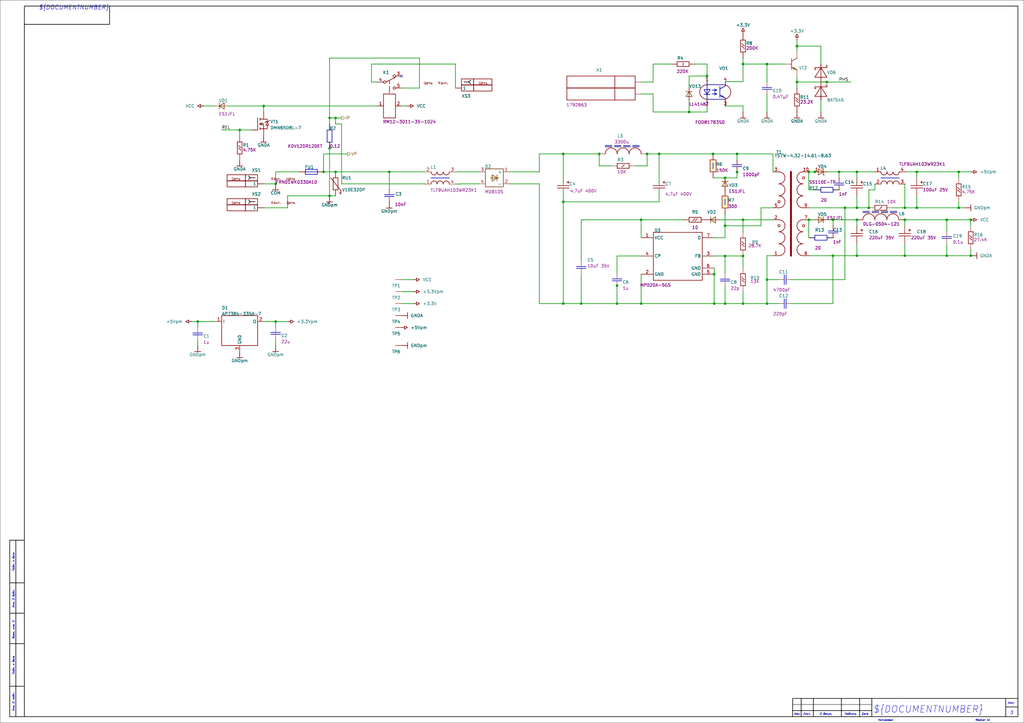
<source format=kicad_sch>
(kicad_sch (version 20230121) (generator eeschema)
  (paper "User" 427.228 301.752)
  (title_block (title "Плата источника питания") (rev "dfjhdjhdhjdfj df df dfj dfj"))
  (junction (at 405 91.752))
  (junction (at 382.5 86.752))
  (junction (at 320 126.752))
  (junction (at 320 26.752))
  (junction (at 345 34.252))
  (junction (at 287.5 46.752))
  (junction (at 302.5 94.252))
  (junction (at 82.5 134.252))
  (junction (at 332.5 34.252))
  (junction (at 235 84.252))
  (junction (at 310 26.752))
  (junction (at 267.5 126.752))
  (junction (at 339.92 71.752))
  (junction (at 337.5 71.752))
  (junction (at 140 71.752))
  (junction (at 297.5 64.252))
  (junction (at 242.5 126.752))
  (junction (at 310 91.752))
  (junction (at 382.5 71.752))
  (junction (at 137.5 49.252))
  (junction (at 400 71.752))
  (junction (at 377.5 106.752))
  (junction (at 250 64.252))
  (junction (at 302.5 74.252))
  (junction (at 110 44.252))
  (junction (at 135 71.752))
  (junction (at 297.98 126.752))
  (junction (at 320 116.752))
  (junction (at 347.58 91.752))
  (junction (at 307.5 71.832))
  (junction (at 337.5 91.752))
  (junction (at 235 64.252))
  (junction (at 395 106.752))
  (junction (at 307.5 64.252))
  (junction (at 357.5 86.752))
  (junction (at 377.5 91.752))
  (junction (at 350.08 71.752))
  (junction (at 297.98 114.492))
  (junction (at 347.5 106.752))
  (junction (at 257.42 119.252))
  (junction (at 267.5 91.752))
  (junction (at 100 54.252))
  (junction (at 357.5 106.752))
  (junction (at 257.42 126.752))
  (junction (at 235 126.752))
  (junction (at 162.42 71.752))
  (junction (at 400 86.752))
  (junction (at 270 64.252))
  (junction (at 115 134.252))
  (junction (at 140 49.252))
  (junction (at 275 64.252))
  (junction (at 332.5 19.252))
  (junction (at 352.5 86.752))
  (junction (at 310 126.752))
  (junction (at 357.5 71.752))
  (junction (at 395 91.752))
  (junction (at 137.5 81.752))
  (junction (at 377.5 86.752))
  (junction (at 302.5 106.872))
  (junction (at 310 106.872))
  (junction (at 115 76.752))
  (junction (at 405 106.752))
  (junction (at 302.5 126.752))
  (junction (at 295 31.752))
  (junction (at 357.5 91.752))
  (junction (at 137.5 61.912))
  (junction (at 362.5 86.752))
  (no_connect (at 167.5 31.752))
  (wire (pts (xy 157.5 34.252) (xy 155 34.252)) (stroke (width 0.254)))
  (wire (pts (xy 297.98 126.752) (xy 302.5 126.752)) (stroke (width 0.254)))
  (wire (pts (xy 257.42 114.172) (xy 257.42 106.872)) (stroke (width 0.254)))
  (wire (pts (xy 137.5 81.752) (xy 137.5 61.912)) (stroke (width 0.254)))
  (wire (pts (xy 297.98 114.492) (xy 297.98 126.752)) (stroke (width 0.254)))
  (wire (pts (xy 257.5 119.252) (xy 257.42 119.252)) (stroke (width 0.254)))
  (polyline (pts (xy 4.064 268.732) (xy 10.16 268.732)) (stroke (width 0.254) (type solid) (color 0 0 0 1)))
  (wire (pts (xy 110 76.752) (xy 115 76.752)) (stroke (width 0.254)))
  (polyline (pts (xy 4.064 286.512) (xy 10.16 286.512)) (stroke (width 0.254) (type solid) (color 0 0 0 1)))
  (polyline (pts (xy 419.608 299.212) (xy 419.608 291.592)) (stroke (width 0.254) (type solid) (color 0 0 0 1)))
  (wire (pts (xy 135 71.752) (xy 140 71.752)) (stroke (width 0.254)))
  (wire (pts (xy 120 86.752) (xy 120 81.752)) (stroke (width 0.254)))
  (wire (pts (xy 270 69.252) (xy 270 64.252)) (stroke (width 0.254)))
  (wire (pts (xy 255 69.252) (xy 250 69.252)) (stroke (width 0.254)))
  (wire (pts (xy 357.5 71.752) (xy 365 71.752)) (stroke (width 0.254)))
  (wire (pts (xy 120 81.752) (xy 137.5 81.752)) (stroke (width 0.254)))
  (wire (pts (xy 395 101.832) (xy 395 106.752)) (stroke (width 0.254)))
  (wire (pts (xy 317.5 94.252) (xy 302.5 94.252)) (stroke (width 0.254)))
  (wire (pts (xy 310 106.872) (xy 310 111.752)) (stroke (width 0.254)))
  (wire (pts (xy 137.5 49.252) (xy 137.5 51.752)) (stroke (width 0.254)))
  (wire (pts (xy 272.5 34.252) (xy 272.5 26.752)) (stroke (width 0.254)))
  (wire (pts (xy 95.08 44.252) (xy 110 44.252)) (stroke (width 0.254)))
  (wire (pts (xy 115 134.252) (xy 120 134.252)) (stroke (width 0.254)))
  (wire (pts (xy 330 116.752) (xy 352.5 116.752)) (stroke (width 0.254)))
  (wire (pts (xy 400 84.252) (xy 400 86.752)) (stroke (width 0.254)))
  (polyline (pts (xy 4.064 256.032) (xy 10.16 256.032)) (stroke (width 0.254) (type solid) (color 0 0 0 1)))
  (wire (pts (xy 157.5 44.252) (xy 110 44.252)) (stroke (width 0.254)))
  (wire (pts (xy 310 106.872) (xy 310 106.752)) (stroke (width 0.254)))
  (wire (pts (xy 332.5 19.252) (xy 332.5 16.752)) (stroke (width 0.254)))
  (wire (pts (xy 377.5 106.752) (xy 377.5 101.752)) (stroke (width 0.254)))
  (wire (pts (xy 192.5 76.832) (xy 192.5 76.752)) (stroke (width 0.254)))
  (wire (pts (xy 310 121.752) (xy 310 126.752)) (stroke (width 0.254)))
  (wire (pts (xy 377.7 76.832) (xy 377.5 76.832)) (stroke (width 0.254)))
  (wire (pts (xy 324.92 116.752) (xy 320 116.752)) (stroke (width 0.254)))
  (wire (pts (xy 405 104.252) (xy 405 106.752)) (stroke (width 0.254)))
  (wire (pts (xy 339.92 71.752) (xy 340 71.752)) (stroke (width 0.254)))
  (wire (pts (xy 345 34.252) (xy 332.5 34.252)) (stroke (width 0.254)))
  (wire (pts (xy 302.5 74.252) (xy 307.5 74.252)) (stroke (width 0.254)))
  (wire (pts (xy 167.5 121.752) (xy 172.5 121.752)) (stroke (width 0.254)))
  (polyline (pts (xy 424.688 295.148) (xy 419.608 295.148)) (stroke (width 0.254) (type solid) (color 0 0 0 1)))
  (wire (pts (xy 235 64.252) (xy 225 64.252)) (stroke (width 0.254)))
  (wire (pts (xy 140 49.252) (xy 140 51.752)) (stroke (width 0.254)))
  (wire (pts (xy 337.42 99.252) (xy 337.42 91.752)) (stroke (width 0.254)))
  (wire (pts (xy 110 134.252) (xy 115 134.252)) (stroke (width 0.254)))
  (wire (pts (xy 167.5 36.752) (xy 175 36.752)) (stroke (width 0.254)))
  (wire (pts (xy 242.5 91.752) (xy 242.5 109.252)) (stroke (width 0.254)))
  (wire (pts (xy 337.5 71.752) (xy 339.92 71.752)) (stroke (width 0.254)))
  (wire (pts (xy 322.5 106.752) (xy 320 106.752)) (stroke (width 0.254)))
  (polyline (pts (xy 330.708 296.672) (xy 363.728 296.672)) (stroke (width 0.254) (type solid) (color 0 0 0 1)))
  (wire (pts (xy 342.5 46.752) (xy 342.5 41.752)) (stroke (width 0.254)))
  (wire (pts (xy 275 84.252) (xy 275 79.252)) (stroke (width 0.254)))
  (wire (pts (xy 320 106.752) (xy 320 116.752)) (stroke (width 0.254)))
  (wire (pts (xy 175 24.252) (xy 137.5 24.252)) (stroke (width 0.254)))
  (wire (pts (xy 302.62 44.252) (xy 310 44.252)) (stroke (width 0.254)))
  (wire (pts (xy 382.5 71.752) (xy 400 71.752)) (stroke (width 0.254)))
  (wire (pts (xy 339.92 79.252) (xy 337.42 79.252)) (stroke (width 0.254)))
  (wire (pts (xy 155 34.252) (xy 155 26.752)) (stroke (width 0.254)))
  (wire (pts (xy 297.5 64.252) (xy 307.5 64.252)) (stroke (width 0.254)))
  (wire (pts (xy 212.5 76.752) (xy 225 76.752)) (stroke (width 0.254)))
  (wire (pts (xy 337.42 71.752) (xy 337.5 71.752)) (stroke (width 0.254)))
  (polyline (pts (xy 339.344 299.212) (xy 339.344 291.592)) (stroke (width 0.254) (type solid) (color 0 0 0 1)))
  (wire (pts (xy 115 134.252) (xy 115 136.752)) (stroke (width 0.254)))
  (wire (pts (xy 307.5 64.252) (xy 322.5 64.252)) (stroke (width 0.254)))
  (wire (pts (xy 295 26.752) (xy 290 26.752)) (stroke (width 0.254)))
  (wire (pts (xy 192.5 76.752) (xy 200 76.752)) (stroke (width 0.254)))
  (wire (pts (xy 302.5 89.332) (xy 302.5 94.252)) (stroke (width 0.254)))
  (wire (pts (xy 82.5 134.252) (xy 80 134.252)) (stroke (width 0.254)))
  (wire (pts (xy 330 126.752) (xy 347.5 126.752)) (stroke (width 0.254)))
  (wire (pts (xy 350.08 71.752) (xy 350.08 74.172)) (stroke (width 0.254)))
  (wire (pts (xy 350.08 71.752) (xy 357.5 71.752)) (stroke (width 0.254)))
  (wire (pts (xy 190 76.832) (xy 192.5 76.832)) (stroke (width 0.254)))
  (polyline (pts (xy 330.708 294.132) (xy 363.728 294.132)) (stroke (width 0) (type solid) (color 0 0 0 1)))
  (wire (pts (xy 320 34.252) (xy 320 26.752)) (stroke (width 0.254)))
  (wire (pts (xy 297.98 126.752) (xy 267.5 126.752)) (stroke (width 0.254)))
  (wire (pts (xy 272.5 26.752) (xy 280 26.752)) (stroke (width 0.254)))
  (wire (pts (xy 167.5 126.752) (xy 172.5 126.752)) (stroke (width 0.254)))
  (wire (pts (xy 372.5 86.752) (xy 377.5 86.752)) (stroke (width 0.254)))
  (wire (pts (xy 267.5 34.252) (xy 272.5 34.252)) (stroke (width 0.254)))
  (wire (pts (xy 377.5 91.752) (xy 395 91.752)) (stroke (width 0.254)))
  (wire (pts (xy 242.5 114.332) (xy 242.5 126.752)) (stroke (width 0.254)))
  (wire (pts (xy 377.5 76.832) (xy 377.5 86.752)) (stroke (width 0.254)))
  (wire (pts (xy 357.5 106.752) (xy 377.5 106.752)) (stroke (width 0.254)))
  (wire (pts (xy 275 64.252) (xy 297.5 64.252)) (stroke (width 0.254)))
  (wire (pts (xy 105 54.252) (xy 100 54.252)) (stroke (width 0.254)))
  (wire (pts (xy 302.5 114.252) (xy 302.5 106.872)) (stroke (width 0.254)))
  (wire (pts (xy 352.5 116.752) (xy 352.5 86.752)) (stroke (width 0.254)))
  (wire (pts (xy 332.5 34.252) (xy 332.5 31.752)) (stroke (width 0.254)))
  (wire (pts (xy 140 81.752) (xy 137.5 81.752)) (stroke (width 0.254)))
  (wire (pts (xy 297.98 111.952) (xy 297.98 114.492)) (stroke (width 0.254)))
  (wire (pts (xy 320 116.752) (xy 320 126.752)) (stroke (width 0.254)))
  (wire (pts (xy 405 94.252) (xy 405 91.752)) (stroke (width 0.254)))
  (wire (pts (xy 175 36.752) (xy 175 24.252)) (stroke (width 0.254)))
  (wire (pts (xy 110 86.752) (xy 120 86.752)) (stroke (width 0.254)))
  (wire (pts (xy 320 26.752) (xy 310 26.752)) (stroke (width 0.254)))
  (wire (pts (xy 285 91.752) (xy 267.5 91.752)) (stroke (width 0.254)))
  (polyline (pts (xy 358.648 299.212) (xy 358.648 291.592)) (stroke (width 0.254) (type solid) (color 0 0 0 1)))
  (wire (pts (xy 302.5 126.752) (xy 310 126.752)) (stroke (width 0.254)))
  (wire (pts (xy 297.98 106.872) (xy 302.5 106.872)) (stroke (width 0.254)))
  (wire (pts (xy 100 56.752) (xy 100 54.252)) (stroke (width 0.254)))
  (wire (pts (xy 137.5 61.912) (xy 137.5 61.752)) (stroke (width 0.254)))
  (wire (pts (xy 327.5 26.752) (xy 320 26.752)) (stroke (width 0.254)))
  (wire (pts (xy 405 106.752) (xy 395 106.752)) (stroke (width 0.254)))
  (wire (pts (xy 400 71.752) (xy 405 71.752)) (stroke (width 0.254)))
  (wire (pts (xy 352.5 86.752) (xy 337.5 86.752)) (stroke (width 0.254)))
  (wire (pts (xy 225 76.752) (xy 225 126.752)) (stroke (width 0.254)))
  (wire (pts (xy 342.5 26.752) (xy 342.5 19.252)) (stroke (width 0.254)))
  (wire (pts (xy 295 34.092) (xy 295 31.752)) (stroke (width 0.254)))
  (wire (pts (xy 85 44.252) (xy 90 44.252)) (stroke (width 0.254)))
  (wire (pts (xy 300 91.752) (xy 310 91.752)) (stroke (width 0.254)))
  (wire (pts (xy 235 126.752) (xy 235 84.252)) (stroke (width 0.254)))
  (wire (pts (xy 337.42 79.252) (xy 337.42 71.752)) (stroke (width 0.254)))
  (wire (pts (xy 302.5 94.252) (xy 302.5 99.252)) (stroke (width 0.254)))
  (wire (pts (xy 250 64.252) (xy 235 64.252)) (stroke (width 0.254)))
  (wire (pts (xy 322.5 86.752) (xy 317.5 86.752)) (stroke (width 0.254)))
  (wire (pts (xy 347.5 106.752) (xy 357.5 106.752)) (stroke (width 0.254)))
  (wire (pts (xy 142.5 51.752) (xy 142.5 76.752)) (stroke (width 0.254)))
  (wire (pts (xy 377.5 94.252) (xy 377.5 91.752)) (stroke (width 0.254)))
  (wire (pts (xy 190 71.752) (xy 200 71.752)) (stroke (width 0.254)))
  (wire (pts (xy 400 74.252) (xy 400 71.752)) (stroke (width 0.254)))
  (wire (pts (xy 347.5 126.752) (xy 347.5 106.752)) (stroke (width 0.254)))
  (polyline (pts (xy 334.264 291.592) (xy 334.264 299.212)) (stroke (width 0.254) (type solid) (color 0 0 0 1)))
  (wire (pts (xy 382.5 86.752) (xy 400 86.752)) (stroke (width 0.254)))
  (wire (pts (xy 310 91.752) (xy 322.5 91.752)) (stroke (width 0.254)))
  (wire (pts (xy 235 79.252) (xy 235 84.252)) (stroke (width 0.254)))
  (wire (pts (xy 357.5 106.752) (xy 357.5 101.752)) (stroke (width 0.254)))
  (wire (pts (xy 377.5 86.752) (xy 382.5 86.752)) (stroke (width 0.254)))
  (wire (pts (xy 167.5 44.252) (xy 170 44.252)) (stroke (width 0.254)))
  (polyline (pts (xy 363.728 299.212) (xy 363.728 291.592)) (stroke (width 0.254) (type solid) (color 0 0 0 1)))
  (wire (pts (xy 235 76.752) (xy 235 64.252)) (stroke (width 0.254)))
  (polyline (pts (xy 351.028 299.212) (xy 351.028 291.592)) (stroke (width 0.254) (type solid) (color 0 0 0 1)))
  (wire (pts (xy 137.5 49.252) (xy 140 49.252)) (stroke (width 0.254)))
  (wire (pts (xy 320 126.752) (xy 310 126.752)) (stroke (width 0.254)))
  (wire (pts (xy 357.5 71.752) (xy 357.5 74.252)) (stroke (width 0.254)))
  (wire (pts (xy 342.5 19.252) (xy 332.5 19.252)) (stroke (width 0.254)))
  (wire (pts (xy 310 26.752) (xy 310 24.252)) (stroke (width 0.254)))
  (wire (pts (xy 307.5 71.832) (xy 307.5 71.752)) (stroke (width 0.254)))
  (wire (pts (xy 302.62 34.092) (xy 310 34.092)) (stroke (width 0.254)))
  (wire (pts (xy 382.5 86.752) (xy 382.5 81.752)) (stroke (width 0.254)))
  (wire (pts (xy 355 34.252) (xy 345 34.252)) (stroke (width 0.254)))
  (wire (pts (xy 162.42 71.752) (xy 177.3 71.752)) (stroke (width 0.254)))
  (wire (pts (xy 345 91.752) (xy 347.58 91.752)) (stroke (width 0.254)))
  (wire (pts (xy 145 64.252) (xy 135 64.252)) (stroke (width 0.254)))
  (wire (pts (xy 320 46.752) (xy 320 39.332)) (stroke (width 0.254)))
  (wire (pts (xy 337.42 91.752) (xy 337.5 91.752)) (stroke (width 0.254)))
  (wire (pts (xy 82.5 144.252) (xy 82.5 141.832)) (stroke (width 0.254)))
  (wire (pts (xy 82.5 136.752) (xy 82.5 134.252)) (stroke (width 0.254)))
  (wire (pts (xy 190 26.752) (xy 190 36.752)) (stroke (width 0.254)))
  (wire (pts (xy 140 49.252) (xy 142.5 49.252)) (stroke (width 0.254)))
  (wire (pts (xy 332.5 36.752) (xy 332.5 34.252)) (stroke (width 0.254)))
  (wire (pts (xy 135 64.252) (xy 135 71.752)) (stroke (width 0.254)))
  (wire (pts (xy 225 126.752) (xy 235 126.752)) (stroke (width 0.254)))
  (wire (pts (xy 357.5 94.252) (xy 357.5 91.752)) (stroke (width 0.254)))
  (wire (pts (xy 345 71.752) (xy 350.08 71.752)) (stroke (width 0.254)))
  (polyline (pts (xy 6.604 225.552) (xy 6.604 299.212)) (stroke (width 0.254) (type solid) (color 0 0 0 1)))
  (wire (pts (xy 275 64.252) (xy 275 76.752)) (stroke (width 0.254)))
  (wire (pts (xy 310 44.252) (xy 310 46.752)) (stroke (width 0.254)))
  (wire (pts (xy 257.42 119.252) (xy 257.42 126.752)) (stroke (width 0.254)))
  (wire (pts (xy 357.5 86.752) (xy 357.5 81.752)) (stroke (width 0.254)))
  (polyline (pts (xy 4.064 243.332) (xy 10.16 243.332)) (stroke (width 0.254) (type solid) (color 0 0 0 1)))
  (wire (pts (xy 267.5 91.752) (xy 242.5 91.752)) (stroke (width 0.254)))
  (wire (pts (xy 400 86.752) (xy 402.5 86.752)) (stroke (width 0.254)))
  (wire (pts (xy 242.5 126.752) (xy 235 126.752)) (stroke (width 0.254)))
  (wire (pts (xy 287.5 36.752) (xy 287.5 31.752)) (stroke (width 0.254)))
  (wire (pts (xy 322.5 64.252) (xy 322.5 71.752)) (stroke (width 0.254)))
  (wire (pts (xy 362.5 86.752) (xy 357.5 86.752)) (stroke (width 0.254)))
  (wire (pts (xy 287.5 41.832) (xy 287.5 46.752)) (stroke (width 0.254)))
  (wire (pts (xy 337.5 91.752) (xy 339.92 91.752)) (stroke (width 0.254)))
  (wire (pts (xy 100 54.252) (xy 92.5 54.252)) (stroke (width 0.254)))
  (wire (pts (xy 347.58 91.752) (xy 357.5 91.752)) (stroke (width 0.254)))
  (wire (pts (xy 310 96.872) (xy 310 91.752)) (stroke (width 0.254)))
  (wire (pts (xy 115 76.752) (xy 115 71.752)) (stroke (width 0.254)))
  (wire (pts (xy 250 69.252) (xy 250 64.252)) (stroke (width 0.254)))
  (wire (pts (xy 295 31.752) (xy 295 26.752)) (stroke (width 0.254)))
  (wire (pts (xy 267.5 114.492) (xy 267.5 126.752)) (stroke (width 0.254)))
  (wire (pts (xy 115 71.752) (xy 124.84 71.752)) (stroke (width 0.254)))
  (wire (pts (xy 357.5 86.752) (xy 352.5 86.752)) (stroke (width 0.254)))
  (wire (pts (xy 115 144.252) (xy 115 141.832)) (stroke (width 0.254)))
  (wire (pts (xy 155 26.752) (xy 190 26.752)) (stroke (width 0.254)))
  (wire (pts (xy 310 34.092) (xy 310 26.752)) (stroke (width 0.254)))
  (wire (pts (xy 337.5 106.752) (xy 347.5 106.752)) (stroke (width 0.254)))
  (wire (pts (xy 167.5 116.752) (xy 172.5 116.752)) (stroke (width 0.254)))
  (wire (pts (xy 347.58 91.752) (xy 347.58 94.172)) (stroke (width 0.254)))
  (wire (pts (xy 257.42 126.752) (xy 242.5 126.752)) (stroke (width 0.254)))
  (wire (pts (xy 265 69.252) (xy 270 69.252)) (stroke (width 0.254)))
  (wire (pts (xy 267.5 126.752) (xy 257.42 126.752)) (stroke (width 0.254)))
  (wire (pts (xy 307.5 64.252) (xy 307.5 66.752)) (stroke (width 0.254)))
  (wire (pts (xy 225 64.252) (xy 225 71.752)) (stroke (width 0.254)))
  (wire (pts (xy 382.5 74.252) (xy 382.5 71.752)) (stroke (width 0.254)))
  (wire (pts (xy 332.5 21.752) (xy 332.5 19.252)) (stroke (width 0.254)))
  (wire (pts (xy 302.5 99.252) (xy 297.98 99.252)) (stroke (width 0.254)))
  (wire (pts (xy 297.5 74.252) (xy 302.5 74.252)) (stroke (width 0.254)))
  (wire (pts (xy 302.5 106.872) (xy 310 106.872)) (stroke (width 0.254)))
  (wire (pts (xy 110 44.252) (xy 110 46.752)) (stroke (width 0.254)))
  (wire (pts (xy 267.5 39.252) (xy 272.5 39.252)) (stroke (width 0.254)))
  (wire (pts (xy 377.7 71.752) (xy 382.5 71.752)) (stroke (width 0.254)))
  (wire (pts (xy 395 96.752) (xy 395 91.752)) (stroke (width 0.254)))
  (wire (pts (xy 287.5 46.752) (xy 295 46.752)) (stroke (width 0.254)))
  (wire (pts (xy 365 79.252) (xy 362.5 79.252)) (stroke (width 0.254)))
  (wire (pts (xy 317.5 86.752) (xy 317.5 94.252)) (stroke (width 0.254)))
  (wire (pts (xy 395 91.752) (xy 405 91.752)) (stroke (width 0.254)))
  (wire (pts (xy 272.5 39.252) (xy 272.5 46.752)) (stroke (width 0.254)))
  (wire (pts (xy 235 84.252) (xy 275 84.252)) (stroke (width 0.254)))
  (wire (pts (xy 162.42 79.252) (xy 162.42 71.752)) (stroke (width 0.254)))
  (wire (pts (xy 324.92 126.752) (xy 320 126.752)) (stroke (width 0.254)))
  (wire (pts (xy 307.5 74.252) (xy 307.5 71.832)) (stroke (width 0.254)))
  (wire (pts (xy 137.5 24.252) (xy 137.5 49.252)) (stroke (width 0.254)))
  (wire (pts (xy 362.5 79.252) (xy 362.5 86.752)) (stroke (width 0.254)))
  (wire (pts (xy 177.3 76.752) (xy 177.3 76.832)) (stroke (width 0.254)))
  (wire (pts (xy 257.42 106.872) (xy 267.5 106.872)) (stroke (width 0.254)))
  (wire (pts (xy 140 51.752) (xy 142.5 51.752)) (stroke (width 0.254)))
  (wire (pts (xy 287.5 31.752) (xy 295 31.752)) (stroke (width 0.254)))
  (wire (pts (xy 142.5 76.752) (xy 177.3 76.752)) (stroke (width 0.254)))
  (wire (pts (xy 295 46.752) (xy 295 44.252)) (stroke (width 0.254)))
  (wire (pts (xy 140 71.752) (xy 162.42 71.752)) (stroke (width 0.254)))
  (wire (pts (xy 302.5 119.332) (xy 302.5 126.752)) (stroke (width 0.254)))
  (wire (pts (xy 272.5 46.752) (xy 287.5 46.752)) (stroke (width 0.254)))
  (wire (pts (xy 365 76.832) (xy 365 79.252)) (stroke (width 0.254)))
  (wire (pts (xy 270 64.252) (xy 275 64.252)) (stroke (width 0.254)))
  (wire (pts (xy 267.5 99.252) (xy 267.5 91.752)) (stroke (width 0.254)))
  (wire (pts (xy 82.5 134.252) (xy 90 134.252)) (stroke (width 0.254)))
  (wire (pts (xy 225 71.752) (xy 212.5 71.752)) (stroke (width 0.254)))
  (wire (pts (xy 395 106.752) (xy 377.5 106.752)) (stroke (width 0.254)))
  (polyline (pts (xy 10.16 225.552) (xy 4.064 225.552) (xy 4.064 299.212) (xy 424.688 299.212) (xy 424.688 2.54) (xy 10.16 2.54) (xy 10.16 299.212)) (stroke (width 0.254) (type solid) (color 0 0 0 1)))
  (polyline (pts (xy 45.72 2.54) (xy 45.72 10.16) (xy 10.16 10.16)) (stroke (width 0.254) (type solid) (color 0 0 0 1)))
  (polyline (pts (xy 427.228 301.752) (xy 427.228 0) (xy 0 0) (xy 0 301.752) (xy 427.228 301.752)) (stroke (width 0) (type solid) (color 0 0 0 1)))
  (polyline (pts (xy 424.688 291.592) (xy 330.708 291.592) (xy 330.708 299.212)) (stroke (width 0.254) (type solid) (color 0 0 0 1)))
  (text "Формат А1" (at 406.908 301.244 0) (effects (font (size 0.762 0.762) italic) (justify left bottom)))
  (text "Лист" (at 420.37 294.132 0) (effects (font (size 0.762 0.762) italic) (justify left bottom)))
  (text "№ докум." (at 341.884 298.704 0) (effects (font (size 0.762 0.762) italic) (justify left bottom)))
  (text "Инв. № подп." (at 6.096 297.18 90) (effects (font (size 0.762 0.762) italic) (justify left bottom)))
  (text "Взам. инв. №" (at 6.096 266.954 90) (effects (font (size 0.762 0.762) italic) (justify left bottom)))
  (text "Копировал" (at 366.268 301.244 0) (effects (font (size 0.762 0.762) italic) (justify left bottom)))
  (text "${DOCUMENTNUMBER}" (at 364.236 297.942 0) (effects (font (size 2.794 2.794) italic) (justify left bottom)))
  (text "Подпись" (at 352.298 298.704 0) (effects (font (size 0.762 0.762) italic) (justify left bottom)))
  (text "Подп. и дата" (at 6.096 238.76 90) (effects (font (size 0.762 0.762) italic) (justify left bottom)))
  (text "Подп. и дата" (at 6.096 281.94 90) (effects (font (size 0.762 0.762) italic) (justify left bottom)))
  (text "${DOCUMENTNUMBER}" (at 45.466 4.318 0) (effects (font (size 1.778 1.778) italic) (justify right bottom)))
  (text "Дата" (at 359.41 298.704 0) (effects (font (size 0.762 0.762) italic) (justify left bottom)))
  (text "Лист." (at 335.026 298.704 0) (effects (font (size 0.762 0.762) italic) (justify left bottom)))
  (text "Изм." (at 331.216 298.704 0) (effects (font (size 0.762 0.762) italic) (justify left bottom)))
  (text "${#}" (at 421.386 298.45 0) (effects (font (size 1.27 1.27) italic) (justify left bottom)))
  (text "Инв. № дубл." (at 6.096 254 90) (effects (font (size 0.762 0.762) italic) (justify left bottom)))
  (label "PHS" (at 350 34.252 180))
  (label "REL" (at 92.5 54.252 180))
  (hierarchical_label "IP" (shape output) (at 142.5 49.252 0))
  (hierarchical_label "VP" (shape output) (at 145 64.252 0))
  (symbol (lib_id "Power_Supply L072-altium-import:root_2_1000pF 300VAC") (at 307.5 66.752 0) (unit 1)
    (property "Reference" "C9" (at 309.786 71.07 0) (effects (justify left bottom)))
    (property "Value" "1000pF 300VAC" (effects hide))
    (property "Footprint" "1206" (effects hide))
    (property "PART NUMBER" "5556" (effects hide))
    (property "VENDOR PN" "VY2102M29Y5US6TV7" (effects hide))
    (property "VENDOR" "Vishay" (effects hide))
    (property "ALTIUM_VALUE" "1000pF" (at 309.786 73.61 0) (effects (justify left bottom)))
  )
  (symbol (lib_id "Power_Supply L072-altium-import:root_1_1000pF 300VAC") (at 330 126.752 0) (unit 1)
    (property "Reference" "C12" (at 325 124.252 0) (effects (justify left bottom)))
    (property "Value" "1000pF 300VAC" (effects hide))
    (property "Footprint" "L7.5W5H6P7.5" (effects hide))
    (property "PART NUMBER" "6223" (effects hide))
    (property "VENDOR PN" "VY2102M29Y5US6TV7" (effects hide))
    (property "VENDOR" "Vishay" (effects hide))
    (property "ALTIUM_VALUE" "220pF" (at 322.5 131.752 0) (effects (justify left bottom)))
  )
  (symbol (lib_id "Power_Supply L072-altium-import:root_1_Fuse") (at 124.84 71.752 0) (unit 1)
    (property "Reference" "FU1" (at 127.126 70.482 0) (effects (justify left bottom)))
    (property "Value" "Предохранитель самовосстанвливающийся RXE-185" (effects hide))
    (property "Footprint" "FRN01W" (effects hide))
    (property "ALTIUM_VALUE" "FRN01WK0330A10" (at 115 76.752 0) (effects (justify left bottom)))
    (property "ID" "i60026C5082238000015" (effects hide))
    (property "ПРИМЕЧАНИЕ" "*" (effects hide))
    (property "MANUFACTURERPARTNUMBER" "RXE-185" (effects hide))
    (property "MANUFACTURER" "Raychem" (effects hide))
    (property "COMPONENTLINK1DESCRIPTION" "Параметры" (effects hide))
    (property "COMPONENTLINK1URL" "ftp://192.168.1.200/Datasheets/Raychem/Polycwitch/RXE-300.pdf" (effects hide))
    (property "COMPONENTLINK2DESCRIPTION" "Сайт производителя" (effects hide))
    (property "KEY IMBASE" "i60026C5082238000015" (effects hide))
    (property "PART NUMBER" "FRN01WK0330A10" (effects hide))
    (property "PN" "FRN01WK0330A10" (effects hide))
  )
  (symbol (lib_id "Power_Supply L072-altium-import:root_1_TestPointHole") (at 167.5 126.752 0) (unit 1)
    (property "Reference" "TP3" (at 163.436 130.054 0) (effects (justify left bottom)))
    (property "Value" "Тестовая точка" (effects hide))
    (property "Footprint" "TP0.5" (effects hide))
    (property "ID" "i60026C508261C000003" (effects hide))
    (property "ПРИМЕЧАНИЕ" "Отв. на плате" (effects hide))
    (property "KEY IMBASE" "i60026C508261C000003" (effects hide))
  )
  (symbol (lib_id "Power_Supply L072-altium-import:root_2_BAV3004W") (at 295 91.752 0) (unit 1)
    (property "Reference" "VD2" (at 295 89.252 0) (effects (justify left bottom)))
    (property "Value" "BAV3004W" (effects hide))
    (property "Footprint" "SOD123" (effects hide))
    (property "PART NUMBER" "5192" (effects hide))
    (property "VENDOR PN" "BAV3004W" (effects hide))
    (property "VENDOR" "Diodes Inc" (effects hide))
  )
  (symbol (lib_id "Power_Supply L072-altium-import:+3.3Vpm") (at 172.5 121.752 90) (unit 1)
    (property "Reference" "#PWR0119" (effects hide))
    (property "Value" "+3.3Vpm" (at 176.31 121.752 90) (effects (justify right)))
  )
  (symbol (lib_id "Power_Supply L072-altium-import:+3.3V") (at 172.5 126.752 90) (unit 1)
    (property "Reference" "#PWR0118" (effects hide))
    (property "Value" "+3.3V" (at 176.31 126.752 90) (effects (justify right)))
  )
  (symbol (lib_id "Power_Supply L072-altium-import:root_0_TX2G4R7M-RBG12") (at 235 76.752 0) (unit 1)
    (property "Reference" "C4" (at 237.5 76.752 0) (effects (justify left)))
    (property "Value" "4.7uF 400V" (effects hide))
    (property "Footprint" "D10P5L12" (effects hide))
    (property "PART NUMBER" "6024" (effects hide))
    (property "MANUFACTURER PN" "TX2G4R7M-RBG12" (effects hide))
    (property "MANUFACTURER" "FUJICON" (effects hide))
    (property "CODE" "110683" (effects hide))
    (property "ALTIUM_VALUE" "4.7uF 400V" (at 237.804 80.428 0) (effects (justify left bottom)))
  )
  (symbol (lib_id "Power_Supply L072-altium-import:+5Vpm") (at 80 134.252 270) (unit 1)
    (property "Reference" "#PWR0110" (effects hide))
    (property "Value" "+5Vpm" (at 76.19 134.252 90) (effects (justify right)))
  )
  (symbol (lib_id "Power_Supply L072-altium-import:root_0_TX2G4R7M-RBG12") (at 275 76.752 0) (unit 1)
    (property "Reference" "C7" (at 277.5 76.752 0) (effects (justify left)))
    (property "Value" "4.7uF 400V" (effects hide))
    (property "Footprint" "D10P5L12" (effects hide))
    (property "PART NUMBER" "6024" (effects hide))
    (property "MANUFACTURER PN" "TX2G4R7M-RBG12" (effects hide))
    (property "MANUFACTURER" "FUJICON" (effects hide))
    (property "CODE" "110683" (effects hide))
    (property "ALTIUM_VALUE" "4.7uF 400V" (at 277.5 81.752 0) (effects (justify left bottom)))
  )
  (symbol (lib_id "Power_Supply L072-altium-import:root_0_BAT54S") (at 342.5 41.752 0) (unit 1)
    (property "Reference" "VD6" (at 345 30.252 0) (effects (justify left)))
    (property "Value" "BAT54S" (at 345 41.752 0) (effects (justify left)))
    (property "Footprint" "SOT23_3" (effects hide))
    (property "PART NUMBER" "25" (effects hide))
    (property "VENDOR PN" "BAT54S" (effects hide))
    (property "VENDOR" "Fairchild" (effects hide))
  )
  (symbol (lib_id "Power_Supply L072-altium-import:root_0_RSS-2W224JB") (at 280 26.752 0) (unit 1)
    (property "Reference" "R4" (at 282.5 24.252 0) (effects (justify left)))
    (property "Value" "220K 2W" (effects hide))
    (property "Footprint" "RSS2WH" (effects hide))
    (property "PART NUMBER" "6033" (effects hide))
    (property "MANUFACTURER PN" "RSS-2W224JB" (effects hide))
    (property "MANUFACTURER" "CINETECH" (effects hide))
    (property "ALTIUM_VALUE" "220K" (at 282.246 30.546 0) (effects (justify left bottom)))
  )
  (symbol (lib_id "Power_Supply L072-altium-import:GNDpm") (at 162.42 84.332 0) (unit 1)
    (property "Reference" "#PWR0121" (effects hide))
    (property "Value" "GNDpm" (at 162.42 88.142 0))
  )
  (symbol (lib_id "Power_Supply L072-altium-import:root_2_KLEMM2") (at 267.5 39.252 0) (unit 1)
    (property "Reference" "X1" (at 250 29.252 0))
    (property "Value" "KLEMM2" (effects hide))
    (property "Footprint" "DG250-3.5-02P-11-00A" (effects hide))
    (property "ALTIUM_VALUE" "{Value}" (effects hide))
    (property "PN" "1792863" (at 236.246 44.546 0) (effects (justify left bottom)))
  )
  (symbol (lib_id "Power_Supply L072-altium-import:+5Vpm") (at 167.5 136.752 90) (unit 1)
    (property "Reference" "#PWR0124" (effects hide))
    (property "Value" "+5Vpm" (at 171.31 136.752 90) (effects (justify right)))
  )
  (symbol (lib_id "Power_Supply L072-altium-import:root_0_IRML2502") (at 102.5 54.252 0) (unit 1)
    (property "Reference" "VT1" (at 112.754 51.538 0) (effects (justify left bottom)))
    (property "Value" "DMN65D8L-7" (at 112.754 54.078 0) (effects (justify left bottom)))
    (property "Footprint" "SOT23_3" (effects hide))
    (property "ALTIUM_VALUE" "DMN65D8L-7" (effects hide))
    (property "VENDOR" "diodes" (effects hide))
    (property "PART NUMBER" "6203" (effects hide))
    (property "VENDOR PN" "DMN65D8L-7" (effects hide))
  )
  (symbol (lib_id "Power_Supply L072-altium-import:root_2_ES1JFL") (at 90 44.252 0) (unit 1)
    (property "Reference" "VD1" (at 91.27 42.728 0) (effects (justify left bottom)))
    (property "Value" "ES1JFL" (effects hide))
    (property "Footprint" "SOD123" (effects hide))
    (property "VENDOR" "Fairchild" (effects hide))
    (property "PART NUMBER" "5662" (effects hide))
    (property "VENDOR PN" "ES1JFL" (at 91.27 48.316 0) (effects (justify left bottom)))
  )
  (symbol (lib_id "Power_Supply L072-altium-import:GNDA") (at 310 46.752 0) (unit 1)
    (property "Reference" "#PWR0107" (effects hide))
    (property "Value" "GNDA" (at 310 50.562 0))
  )
  (symbol (lib_id "Power_Supply L072-altium-import:GNDpm") (at 115 144.252 0) (unit 1)
    (property "Reference" "#PWR0111" (effects hide))
    (property "Value" "GNDpm" (at 115 148.062 0))
  )
  (symbol (lib_id "Power_Supply L072-altium-import:root_0_CW57-332K") (at 357.5 91.752 0) (unit 1)
    (property "Reference" "L6" (at 377.5 89.252 0) (effects (justify right)))
    (property "Value" "CW57-332K" (effects hide))
    (property "Footprint" "L0504" (effects hide))
    (property "PN" "DLG-0504-121" (at 360 94.252 0) (effects (justify left bottom)))
    (property "ALTIUM_VALUE" "120u" (effects hide))
  )
  (symbol (lib_id "Power_Supply L072-altium-import:root_0_100uF 10V") (at 382.5 76.752 0) (unit 1)
    (property "Reference" "C17" (at 385 76.752 0) (effects (justify left)))
    (property "Value" "100uF 10V" (effects hide))
    (property "Footprint" "D6.3P2.5L11.5" (effects hide))
    (property "PART NUMBER" "6208" (effects hide))
    (property "VENDOR PN" "TL1E101M-RBE11WP00" (effects hide))
    (property "VENDOR" "FUJICON" (effects hide))
    (property "ALTIUM_VALUE" "100uF 25V" (at 385 79.252 0) (effects (justify left)))
  )
  (symbol (lib_id "Power_Supply L072-altium-import:root_0_MP020A-5GS") (at 267.5 99.252 0) (unit 1)
    (property "Reference" "D3" (at 272.98 96.992 0) (effects (justify left bottom)))
    (property "Value" "MP020A-5GS" (effects hide))
    (property "Footprint" "SO-7" (effects hide))
    (property "PART NUMBER" "6209" (effects hide))
    (property "VENDOR" "MP020A-5GS" (effects hide))
    (property "VENDOR PN" "MP020A-5GS" (at 266.992 119.752 0) (effects (justify left bottom)))
  )
  (symbol (lib_id "Power_Supply L072-altium-import:VCC") (at 85 44.252 270) (unit 1)
    (property "Reference" "#PWR0114" (effects hide))
    (property "Value" "VCC" (at 81.19 44.252 90) (effects (justify right)))
  )
  (symbol (lib_id "Power_Supply L072-altium-import:root_0_NRCV12F4751TR") (at 255 69.252 0) (unit 1)
    (property "Reference" "R3" (at 257.5 66.752 0) (effects (justify left)))
    (property "Value" "1206 4.75K" (effects hide))
    (property "Footprint" "1206" (effects hide))
    (property "PART NUMBER" "1543" (effects hide))
    (property "ALTIUM_VALUE" "10К" (at 257.5 71.752 0) (effects (justify left)))
  )
  (symbol (lib_id "Power_Supply L072-altium-import:root_0_CON1_holes") (at 110 76.752 0) (unit 1)
    (property "Reference" "XS1" (at 105 71.752 0) (effects (justify left bottom)))
    (property "Value" "Отв.на плате" (effects hide))
    (property "Footprint" "Pad 1mm2" (effects hide))
    (property "STOP_MIRROR" "True" (effects hide))
    (property "ID" "i60026C508261C000004" (effects hide))
    (property "ПРИМЕЧАНИЕ" "Отв. на плате" (effects hide))
    (property "KEY IMBASE" "i60026C508261C000004" (effects hide))
    (property "PN" "0050002" (effects hide))
  )
  (symbol (lib_id "Power_Supply L072-altium-import:root_1_SFR16S0001203JA500") (at 298.75 84.332 0) (unit 1)
    (property "Reference" "R7" (at 303.75 84.372 0) (effects (justify left bottom)))
    (property "Value" "120K 0.5W" (effects hide))
    (property "Footprint" "1206" (effects hide))
    (property "VENDOR" "Vishay" (effects hide))
    (property "VENDOR PN" "RC1206FR-07301RL" (effects hide))
    (property "PART NUMBER" "6210" (effects hide))
    (property "PDF" "sfr16s25.pdf" (effects hide))
    (property "ALTIUM_VALUE" "300" (at 303.75 86.912 0) (effects (justify left bottom)))
  )
  (symbol (lib_id "Power_Supply L072-altium-import:GNDA") (at 110 56.752 0) (unit 1)
    (property "Reference" "#PWR0126" (effects hide))
    (property "Value" "GNDA" (at 110 60.562 0))
  )
  (symbol (lib_id "Power_Supply L072-altium-import:root_1_CRCW060343K2FKTA") (at 310 111.752 0) (unit 1)
    (property "Reference" "R10" (at 315 116.752 0) (effects (justify bottom)))
    (property "Value" "0603 43.2K 1%" (effects hide))
    (property "Footprint" "0603" (effects hide))
    (property "PART NUMBER" "6194" (effects hide))
    (property "VENDOR PN" "CRCW060313K0FKTA" (effects hide))
    (property "VENDOR" "Vishay" (effects hide))
    (property "ALTIUM_VALUE" "13K" (at 315 116.752 0) (effects (justify top)))
  )
  (symbol (lib_id "Power_Supply L072-altium-import:root_0_NRCV12F4751TR") (at 362.5 86.752 0) (unit 1)
    (property "Reference" "R14" (at 365 84.252 0) (effects (justify left)))
    (property "Value" "1206 4.75K" (effects hide))
    (property "Footprint" "1206" (effects hide))
    (property "PART NUMBER" "1543" (effects hide))
    (property "ALTIUM_VALUE" "10К" (at 370 84.252 0) (effects (justify left)))
  )
  (symbol (lib_id "Power_Supply L072-altium-import:root_1_Res") (at 337.42 99.252 0) (unit 1)
    (property "Reference" "R13" (at 340 96.752 0) (effects (justify left bottom)))
    (property "Value" "SMD 1206-100 Ом±1%" (effects hide))
    (property "Footprint" "1206" (effects hide))
    (property "ALTIUM_VALUE" "20" (at 339.92 104.252 0) (effects (justify left bottom)))
    (property "ID" "i60026C508226A00003A" (effects hide))
    (property "ПРИМЕЧАНИЕ" "*" (effects hide))
    (property "REM" "SMD" (effects hide))
    (property "КОРПУС" "1206" (effects hide))
    (property "TOLERANCE" "±1%" (effects hide))
    (property "POWER/VOLTAGE" "0,25Вт" (effects hide))
    (property "COMPONENTLINK1DESCRIPTION" "Параметры резистора" (effects hide))
    (property "COMPONENTLINK1URL" "ftp://192.168.1.200/Datasheets/Royal Ohm/Resistors/chip_resistors.pdf" (effects hide))
    (property "KEY IMBASE" "i60026C508226A00003A" (effects hide))
    (property "PART NUMBER" "6224" (effects hide))
  )
  (symbol (lib_id "Power_Supply L072-altium-import:root_3_CRCW0603-4751-FRT1") (at 332.5 46.752 0) (unit 1)
    (property "Reference" "R11" (at 333.754 41.284 0) (effects (justify left bottom)))
    (property "Value" "0603 4.75K 1%" (effects hide))
    (property "Footprint" "0603" (effects hide))
    (property "PART NUMBER" "3581" (effects hide))
    (property "VENDOR" "Vishay" (effects hide))
    (property "ALTIUM_VALUE" "23.2K" (at 333.754 43.316 0) (effects (justify left bottom)))
  )
  (symbol (lib_id "Power_Supply L072-altium-import:root_1_SFR16S0001203JA500") (at 293.75 69.252 0) (unit 1)
    (property "Reference" "R6" (at 298.75 69.292 0) (effects (justify left bottom)))
    (property "Value" "120K 0.5W" (effects hide))
    (property "Footprint" "1206" (effects hide))
    (property "VENDOR" "Vishay" (effects hide))
    (property "VENDOR PN" "RC1206FR-07150KL" (effects hide))
    (property "PART NUMBER" "6212" (effects hide))
    (property "PDF" "sfr16s25.pdf" (effects hide))
    (property "ALTIUM_VALUE" "150K" (at 298.75 71.832 0) (effects (justify left bottom)))
  )
  (symbol (lib_id "Power_Supply L072-altium-import:root_0_mirrored_HCPL-817") (at 295 44.252 0) (unit 1)
    (property "Reference" "VO1" (at 300 29.252 0) (effects (justify left bottom)))
    (property "Value" "FOD817B3SD" (effects hide))
    (property "Footprint" "FOD817B3SD" (effects hide))
    (property "MANUFACTURERPARTNUMBER" "K10101D11" (effects hide))
    (property "ID" "i60026C508222F00000C" (effects hide))
    (property "ПРИМЕЧАНИЕ" "*" (effects hide))
    (property "КОРПУС" "DIP-4" (effects hide))
    (property "MANUFACTURER" "Cosmo" (effects hide))
    (property "COMPONENTLINK1DESCRIPTION" "Параметры" (effects hide))
    (property "COMPONENTLINK1URL" "ftp://192.168.1.200/Datasheets/Cosmo/K1010.pdf" (effects hide))
    (property "COMPONENTLINK2DESCRIPTION" "Сайт производителя" (effects hide))
    (property "COMPONENTLINK2URL" "http://www.cosmo-ic.com/" (effects hide))
    (property "KEY IMBASE" "i60026C508222F00000C" (effects hide))
    (property "PN" "FOD817B3SD" (at 290 51.752 0) (effects (justify left bottom)))
  )
  (symbol (lib_id "Power_Supply L072-altium-import:root_1_CRCW0603-4751-FRT1") (at 100 56.752 0) (unit 1)
    (property "Reference" "R1" (at 101.254 61.284 0) (effects (justify left bottom)))
    (property "Value" "0603 4.75K 1%" (effects hide))
    (property "Footprint" "0603" (effects hide))
    (property "PART NUMBER" "5775" (effects hide))
    (property "VENDOR PN" "CRCW0603-4751-FRT1" (effects hide))
    (property "VENDOR" "Vishay" (effects hide))
    (property "ALTIUM_VALUE" "4.75K" (at 101.254 63.316 0) (effects (justify left bottom)))
  )
  (symbol (lib_id "Power_Supply L072-altium-import:root_1_1000pF 300VAC") (at 330 116.752 0) (unit 1)
    (property "Reference" "C11" (at 325 114.252 0) (effects (justify left bottom)))
    (property "Value" "1000pF 300VAC" (effects hide))
    (property "Footprint" "L12.5W5" (effects hide))
    (property "PART NUMBER" "5669" (effects hide))
    (property "VENDOR" "Vishay" (effects hide))
    (property "ALTIUM_VALUE" "4700pF" (at 322.5 121.752 0) (effects (justify left bottom)))
  )
  (symbol (lib_id "Power_Supply L072-altium-import:root_0_470uF 10V") (at 377.5 96.752 0) (unit 1)
    (property "Reference" "C18" (at 382.5 96.752 0) (effects (justify left)))
    (property "Value" "470uF 10V" (effects hide))
    (property "Footprint" "D8P3.5L12" (effects hide))
    (property "PN" "RK1V221M-RBF11WP00" (effects hide))
    (property "MANUFACTURER" "FUJICON" (effects hide))
    (property "ALTIUM_VALUE" "220uF 35V" (at 380 99.252 0) (effects (justify left)))
  )
  (symbol (lib_id "Power_Supply L072-altium-import:root_2_Cap_NP") (at 347.58 99.252 0) (unit 1)
    (property "Reference" "C13" (at 347.5 96.752 0) (effects (justify left bottom)))
    (property "Value" "SMD 0805-1000пФ±5% 50В X7R" (effects hide))
    (property "Footprint" "0805" (effects hide))
    (property "ALTIUM_VALUE" "1nF" (at 347.42 101.752 0) (effects (justify left bottom)))
    (property "ID" "i60026C508220F00009C" (effects hide))
    (property "ПРИМЕЧАНИЕ" "*" (effects hide))
    (property "REM" "SMD" (effects hide))
    (property "КОРПУС" "0805" (effects hide))
    (property "TOLERANCE" "±5%" (effects hide))
    (property "POWER/VOLTAGE" "50В" (effects hide))
    (property "TKE" "X7R" (effects hide))
    (property "COMPONENTLINK1DESCRIPTION" "Параметры конденсатора" (effects hide))
    (property "COMPONENTLINK1URL" "ftp://192.168.1.200/Datasheets/Epcos/Capacitors/X7R_CC capacitors.pdf" (effects hide))
    (property "KEY IMBASE" "i60026C508220F00009C" (effects hide))
    (property "PART NUMBER" "6225" (effects hide))
  )
  (symbol (lib_id "Power_Supply L072-altium-import:GNDpm") (at 137.5 81.752 0) (unit 1)
    (property "Reference" "#PWR0122" (effects hide))
    (property "Value" "GNDpm" (at 137.5 85.562 0))
  )
  (symbol (lib_id "Power_Supply L072-altium-import:root_0_Diode") (at 287.5 36.752 0) (unit 1)
    (property "Reference" "VD13" (at 287.5 36.752 0) (effects (justify left bottom)))
    (property "Value" "Диод LL4148" (effects hide))
    (property "Footprint" "SOD80" (effects hide))
    (property "MANUFACTURERPARTNUMBER" "LL4148" (at 287.5 44.252 0) (effects (justify left bottom)))
    (property "ID" "i60026C5082230000003" (effects hide))
    (property "ПРИМЕЧАНИЕ" "*" (effects hide))
    (property "КОРПУС" "SOD80C" (effects hide))
    (property "COMPONENTLINK1DESCRIPTION" "Параметры диода" (effects hide))
    (property "COMPONENTLINK1URL" "ftp://192.168.1.200/Datasheets/Fairchild Semiconductor/Discrets/Diodes/LL4148.pdf" (effects hide))
    (property "COMPONENTLINK2DESCRIPTION" "Сайт производителя" (effects hide))
    (property "COMPONENTLINK2URL" "http://www.fairchildsemi.com/" (effects hide))
    (property "KEY IMBASE" "i60026C5082230000003" (effects hide))
    (property "PART NUMBER" "3307" (effects hide))
  )
  (symbol (lib_id "Power_Supply L072-altium-import:GNDA") (at 405 106.752 90) (unit 1)
    (property "Reference" "#PWR0106" (effects hide))
    (property "Value" "GNDA" (at 408.81 106.752 90) (effects (justify right)))
  )
  (symbol (lib_id "Power_Supply L072-altium-import:root_1_Res") (at 339.92 79.252 0) (unit 1)
    (property "Reference" "R12" (at 337.42 79.252 0) (effects (justify left bottom)))
    (property "Value" "SMD 1206-100 Ом±1%" (effects hide))
    (property "Footprint" "1206" (effects hide))
    (property "ALTIUM_VALUE" "20" (at 342.42 84.252 0) (effects (justify left bottom)))
    (property "ID" "i60026C508226A00003A" (effects hide))
    (property "ПРИМЕЧАНИЕ" "*" (effects hide))
    (property "REM" "SMD" (effects hide))
    (property "КОРПУС" "1206" (effects hide))
    (property "TOLERANCE" "±1%" (effects hide))
    (property "POWER/VOLTAGE" "0,25Вт" (effects hide))
    (property "COMPONENTLINK1DESCRIPTION" "Параметры резистора" (effects hide))
    (property "COMPONENTLINK1URL" "ftp://192.168.1.200/Datasheets/Royal Ohm/Resistors/chip_resistors.pdf" (effects hide))
    (property "KEY IMBASE" "i60026C508226A00003A" (effects hide))
    (property "PART NUMBER" "6224" (effects hide))
  )
  (symbol (lib_id "Power_Supply L072-altium-import:root_1_CRCW0603-4751-FRT1") (at 405 94.252 0) (unit 1)
    (property "Reference" "R16" (at 406.254 98.784 0) (effects (justify left bottom)))
    (property "Value" "0603 4.75K 1%" (effects hide))
    (property "Footprint" "0603" (effects hide))
    (property "PART NUMBER" "5854" (effects hide))
    (property "VENDOR" "Vishay" (effects hide))
    (property "ALTIUM_VALUE" "27.4K" (at 406.254 100.816 0) (effects (justify left bottom)))
  )
  (symbol (lib_id "Power_Supply L072-altium-import:GNDpm") (at 167.5 144.252 90) (unit 1)
    (property "Reference" "#PWR0109" (effects hide))
    (property "Value" "GNDpm" (at 171.31 144.252 90) (effects (justify right)))
  )
  (symbol (lib_id "Power_Supply L072-altium-import:GNDpm") (at 402.5 86.752 90) (unit 1)
    (property "Reference" "#PWR0102" (effects hide))
    (property "Value" "GNDpm" (at 406.31 86.752 90) (effects (justify right)))
  )
  (symbol (lib_id "Power_Supply L072-altium-import:root_3_NRC06F2003TR") (at 310 24.252 0) (unit 1)
    (property "Reference" "R8" (at 311.254 18.784 0) (effects (justify left bottom)))
    (property "Value" "0603 200K 1%" (effects hide))
    (property "Footprint" "0603" (effects hide))
    (property "PART NUMBER" "5852" (effects hide))
    (property "PN" "NRC06F2003TR" (effects hide))
    (property "MANUFACTURER" "NIC" (effects hide))
    (property "ALTIUM_VALUE" "200K" (at 311.254 20.816 0) (effects (justify left bottom)))
  )
  (symbol (lib_id "Power_Supply L072-altium-import:root_1_10nF 0603") (at 257.42 119.252 0) (unit 1)
    (property "Reference" "C6" (at 259.706 118.49 0) (effects (justify left bottom)))
    (property "Value" "10nF 0603" (effects hide))
    (property "Footprint" "0603" (effects hide))
    (property "VOLTAGE" "50В" (effects hide))
    (property "PART NUMBER" "6195" (effects hide))
    (property "VENDOR" "NIC" (effects hide))
    (property "ALTIUM_VALUE" "1u" (at 259.706 121.03 0) (effects (justify left bottom)))
  )
  (symbol (lib_id "Power_Supply L072-altium-import:COM") (at 115 76.752 0) (unit 1)
    (property "Reference" "#PWR0123" (effects hide))
    (property "Value" "COM" (at 115 80.562 0))
  )
  (symbol (lib_id "Power_Supply L072-altium-import:root_1_VAR10-130 LYING") (at 140 81.752 0) (unit 1)
    (property "Reference" "RU1" (at 142.66 74.252 0) (effects (justify left)))
    (property "Value" "V10E320P" (at 142.66 79.252 0) (effects (justify left)))
    (property "Footprint" "V10E320P" (effects hide))
    (property "ALTIUM_VALUE" "*" (effects hide))
    (property "PART NUMBER" "6099" (effects hide))
    (property "KT" "160173" (effects hide))
    (property "PN" "V10E320P" (effects hide))
    (property "SMD" "0" (effects hide))
    (property "DES" "Варистор UltraMOV 320В AC 420В DC 3500А -55+85C 10Dх5.6Lхd16Hмм" (effects hide))
  )
  (symbol (lib_id "Power_Supply L072-altium-import:root_0_RM699B") (at 157.5 26.752 0) (unit 1)
    (property "Reference" "K1" (at 159.746 30.99 0) (effects (justify left bottom)))
    (property "Value" "RM12-3011-35-1024" (effects hide))
    (property "Footprint" "RM12" (effects hide))
    (property "VENDOR" "Relpol" (effects hide))
    (property "VENDOR PN" "RM12-3011-35-1024" (at 159.746 51.538 0) (effects (justify left bottom)))
  )
  (symbol (lib_id "Power_Supply L072-altium-import:root_1_TestPointHole") (at 167.5 121.752 0) (unit 1)
    (property "Reference" "TP2" (at 163.436 125.054 0) (effects (justify left bottom)))
    (property "Value" "Тестовая точка" (effects hide))
    (property "Footprint" "TP0.5" (effects hide))
    (property "ID" "i60026C508261C000003" (effects hide))
    (property "ПРИМЕЧАНИЕ" "Отв. на плате" (effects hide))
    (property "KEY IMBASE" "i60026C508261C000003" (effects hide))
  )
  (symbol (lib_id "Power_Supply L072-altium-import:VCC") (at 405 91.752 90) (unit 1)
    (property "Reference" "#PWR0101" (effects hide))
    (property "Value" "VCC" (at 408.81 91.752 90) (effects (justify right)))
  )
  (symbol (lib_id "Power_Supply L072-altium-import:GNDA") (at 332.5 46.752 0) (unit 1)
    (property "Reference" "#PWR0104" (effects hide))
    (property "Value" "GNDA" (at 332.5 50.562 0))
  )
  (symbol (lib_id "Power_Supply L072-altium-import:root_0_ES1JFL") (at 345 91.752 0) (unit 1)
    (property "Reference" "VD5" (at 341.19 90.228 0) (effects (justify left bottom)))
    (property "Value" "ES1JFL" (effects hide))
    (property "Footprint" "SOD123" (effects hide))
    (property "VENDOR" "Fairchild" (effects hide))
    (property "PART NUMBER" "5662" (effects hide))
    (property "VENDOR PN" "ES1JFL" (at 345 91.752 0) (effects (justify left bottom)))
  )
  (symbol (lib_id "Power_Supply L072-altium-import:root_1_TestPointHole") (at 167.5 144.252 0) (unit 1)
    (property "Reference" "TP6" (at 163.436 147.554 0) (effects (justify left bottom)))
    (property "Value" "Тестовая точка" (effects hide))
    (property "Footprint" "TP0.5" (effects hide))
    (property "ID" "i60026C508261C000003" (effects hide))
    (property "ПРИМЕЧАНИЕ" "Отв. на плате" (effects hide))
    (property "KEY IMBASE" "i60026C508261C000003" (effects hide))
  )
  (symbol (lib_id "Power_Supply L072-altium-import:root_1_0.47µF 0603") (at 320 39.332 0) (unit 1)
    (property "Reference" "C10" (at 322.286 38.57 0) (effects (justify left bottom)))
    (property "Value" "470nF 0603" (effects hide))
    (property "Footprint" "0603" (effects hide))
    (property "VOLTAGE" "25В" (effects hide))
    (property "PART NUMBER" "5093" (effects hide))
    (property "MANUFACTURER" "NIC" (effects hide))
    (property "MANUFACTURER PN" "NMC0603X7R474K25TRP" (effects hide))
    (property "CODE" "110105" (effects hide))
    (property "ALTIUM_VALUE" "0.47µF" (at 322.286 41.11 0) (effects (justify left bottom)))
  )
  (symbol (lib_id "Power_Supply L072-altium-import:root_1_TestPointHole") (at 167.5 116.752 0) (unit 1)
    (property "Reference" "TP1" (at 163.436 120.054 0) (effects (justify left bottom)))
    (property "Value" "Тестовая точка" (effects hide))
    (property "Footprint" "TP0.5" (effects hide))
    (property "ID" "i60026C508261C000003" (effects hide))
    (property "ПРИМЕЧАНИЕ" "Отв. на плате" (effects hide))
    (property "KEY IMBASE" "i60026C508261C000003" (effects hide))
  )
  (symbol (lib_id "Power_Supply L072-altium-import:+5Vpm") (at 405 71.752 90) (unit 1)
    (property "Reference" "#PWR0103" (effects hide))
    (property "Value" "+5Vpm" (at 408.81 71.752 90) (effects (justify right)))
  )
  (symbol (lib_id "Power_Supply L072-altium-import:GNDA") (at 167.5 131.752 90) (unit 1)
    (property "Reference" "#PWR0125" (effects hide))
    (property "Value" "GNDA" (at 171.31 131.752 90) (effects (justify right)))
  )
  (symbol (lib_id "Power_Supply L072-altium-import:root_0_GRM21BC7YA475KE11L") (at 242.5 109.252 0) (unit 1)
    (property "Reference" "C5" (at 245 109.252 0) (effects (justify left bottom)))
    (property "Value" "10uF 35V" (effects hide))
    (property "Footprint" "0805" (effects hide))
    (property "TOLERANCE" "±5%" (effects hide))
    (property "POWER/VOLTAGE" "50В" (effects hide))
    (property "TKE" "NP0" (effects hide))
    (property "PART NUMBER" "5244" (effects hide))
    (property "VENDOR PN" "GRM21BC8YA106KE11" (effects hide))
    (property "VENDOR" "Murata" (effects hide))
    (property "ALTIUM_VALUE" "10uF 35V" (at 245 111.752 0) (effects (justify left bottom)))
    (property "KT" "110432" (effects hide))
  )
  (symbol (lib_id "Power_Supply L072-altium-import:GNDpm") (at 82.5 144.252 0) (unit 1)
    (property "Reference" "#PWR0112" (effects hide))
    (property "Value" "GNDpm" (at 82.5 148.062 0))
  )
  (symbol (lib_id "Power_Supply L072-altium-import:root_0_100uF 10V") (at 357.5 76.752 0) (unit 1)
    (property "Reference" "C15" (at 360 76.752 0) (effects (justify left)))
    (property "Value" "100uF 10V" (effects hide))
    (property "Footprint" "D6.3P2.5L11.5" (effects hide))
    (property "PART NUMBER" "6208" (effects hide))
    (property "VENDOR PN" "TL1E101M-RBE11WP00" (effects hide))
    (property "VENDOR" "FUJICON" (effects hide))
    (property "ALTIUM_VALUE" "100uF 25V" (effects hide))
  )
  (symbol (lib_id "Power_Supply L072-altium-import:root_2_Cap_NP") (at 350.08 79.252 0) (unit 1)
    (property "Reference" "C14" (at 352.42 76.752 0) (effects (justify left bottom)))
    (property "Value" "SMD 0805-1000пФ±5% 50В X7R" (effects hide))
    (property "Footprint" "0805" (effects hide))
    (property "ALTIUM_VALUE" "1nF" (at 349.92 81.752 0) (effects (justify left bottom)))
    (property "ID" "i60026C508220F00009C" (effects hide))
    (property "ПРИМЕЧАНИЕ" "*" (effects hide))
    (property "REM" "SMD" (effects hide))
    (property "КОРПУС" "0805" (effects hide))
    (property "TOLERANCE" "±5%" (effects hide))
    (property "POWER/VOLTAGE" "50В" (effects hide))
    (property "TKE" "X7R" (effects hide))
    (property "COMPONENTLINK1DESCRIPTION" "Параметры конденсатора" (effects hide))
    (property "COMPONENTLINK1URL" "ftp://192.168.1.200/Datasheets/Epcos/Capacitors/X7R_CC capacitors.pdf" (effects hide))
    (property "KEY IMBASE" "i60026C508220F00009C" (effects hide))
    (property "PART NUMBER" "6225" (effects hide))
  )
  (symbol (lib_id "Power_Supply L072-altium-import:VCC") (at 172.5 116.752 90) (unit 1)
    (property "Reference" "#PWR0120" (effects hide))
    (property "Value" "VCC" (at 176.31 116.752 90) (effects (justify right)))
  )
  (symbol (lib_id "Power_Supply L072-altium-import:root_0_CON1_holes") (at 110 86.752 0) (unit 1)
    (property "Reference" "XS2" (at 105 81.752 0) (effects (justify left bottom)))
    (property "Value" "Отв.на плате" (effects hide))
    (property "Footprint" "Pad 1mm2" (effects hide))
    (property "STOP_MIRROR" "True" (effects hide))
    (property "ID" "i60026C508261C000004" (effects hide))
    (property "ПРИМЕЧАНИЕ" "Отв. на плате" (effects hide))
    (property "KEY IMBASE" "i60026C508261C000004" (effects hide))
    (property "PN" "0050003" (effects hide))
  )
  (symbol (lib_id "Power_Supply L072-altium-import:VCC") (at 170 44.252 90) (unit 1)
    (property "Reference" "#PWR0127" (effects hide))
    (property "Value" "VCC" (at 173.81 44.252 90) (effects (justify right)))
  )
  (symbol (lib_id "Power_Supply L072-altium-import:root_0_GRM188R60J226MEA0D") (at 115 136.752 0) (unit 1)
    (property "Reference" "C2" (at 117.286 140.816 0) (effects (justify left bottom)))
    (property "Value" "22u 0603" (effects hide))
    (property "Footprint" "0603" (effects hide))
    (property "TOLERANCE" "±10%" (effects hide))
    (property "POWER/VOLTAGE" "25В" (effects hide))
    (property "TKE" "X7R" (effects hide))
    (property "PART NUMBER" "5716" (effects hide))
    (property "VENDOR PN" "GRM188R60J226MEA0D" (effects hide))
    (property "VENDOR" "Murata" (effects hide))
    (property "ALTIUM_VALUE" "22u" (at 117.286 143.356 0) (effects (justify left bottom)))
  )
  (symbol (lib_id "Power_Supply L072-altium-import:root_1_10nF 0603") (at 302.5 119.332 0) (unit 1)
    (property "Reference" "C8" (at 304.786 118.57 0) (effects (justify left bottom)))
    (property "Value" "10nF 0603" (effects hide))
    (property "Footprint" "0603" (effects hide))
    (property "VOLTAGE" "50В" (effects hide))
    (property "PART NUMBER" "6078" (effects hide))
    (property "VENDOR" "NIC" (effects hide))
    (property "ALTIUM_VALUE" "22p" (at 304.786 121.11 0) (effects (justify left bottom)))
  )
  (symbol (lib_id "Power_Supply L072-altium-import:root_3_Diode_Shottky") (at 345 71.752 0) (unit 1)
    (property "Reference" "VD4" (at 341.19 70.228 0) (effects (justify left bottom)))
    (property "Value" "Диод SS110" (effects hide))
    (property "Footprint" "SMAE" (effects hide))
    (property "MANUFACTURERPARTNUMBER" "SS110E-TP" (at 337.5 76.752 0) (effects (justify left bottom)))
    (property "ID" "i60026C50823AF000002" (effects hide))
    (property "ПРИМЕЧАНИЕ" "*" (effects hide))
    (property "REM" "SMD" (effects hide))
    (property "КОРПУС" "SMC" (effects hide))
    (property "MANUFACTURER" "Fairchild Semiconductor" (effects hide))
    (property "COMPONENTLINK1DESCRIPTION" "Параметры" (effects hide))
    (property "COMPONENTLINK1URL" "ftp://192.168.1.200/Datasheets/Fairchild Semiconductor/Discrets/Diodes/SS34.pdf" (effects hide))
    (property "COMPONENTLINK2DESCRIPTION" "Сайт производителя" (effects hide))
    (property "COMPONENTLINK2URL" "http://www.fairchildsemi.com" (effects hide))
    (property "KEY IMBASE" "i60026C50823AF000002" (effects hide))
    (property "PART NUMBER" "6215" (effects hide))
  )
  (symbol (lib_id "Power_Supply L072-altium-import:root_0_NRC06F10R0TR") (at 295 91.752 0) (unit 1)
    (property "Reference" "R5" (at 290 89.252 0) (effects (justify bottom)))
    (property "Value" "0603 10 1%" (effects hide))
    (property "Footprint" "0603" (effects hide))
    (property "PART NUMBER" "5239" (effects hide))
    (property "VENDOR PN" "NRC06F10R0TR" (effects hide))
    (property "VENDOR" "NIC" (effects hide))
    (property "ALTIUM_VALUE" "10" (at 290 94.252 0) (effects (justify top)))
  )
  (symbol (lib_id "Power_Supply L072-altium-import:GNDpm") (at 100 146.752 0) (unit 1)
    (property "Reference" "#PWR0113" (effects hide))
    (property "Value" "GNDpm" (at 100 150.562 0))
  )
  (symbol (lib_id "Power_Supply L072-altium-import:root_1_CRCW060343K2FKTA") (at 310 96.872 0) (unit 1)
    (property "Reference" "R9" (at 315 101.872 0) (effects (justify bottom)))
    (property "Value" "0603 43.2K 1%" (effects hide))
    (property "Footprint" "0603" (effects hide))
    (property "PART NUMBER" "6227" (effects hide))
    (property "VENDOR" "Vishay" (effects hide))
    (property "ALTIUM_VALUE" "28.7K" (at 315 101.872 0) (effects (justify top)))
  )
  (symbol (lib_id "Power_Supply L072-altium-import:root_0_AP2125N-3.3TRG1") (at 90 134.252 0) (unit 1)
    (property "Reference" "D1" (at 92.5 129.252 0) (effects (justify left bottom)))
    (property "Value" "AP7384-33SA-7" (at 92.5 131.752 0) (effects (justify left bottom)))
    (property "Footprint" "SOT23_3" (effects hide))
    (property "PART NUMBER" "6198" (effects hide))
    (property "VENDOR PN" "AP7384-33SA-7" (effects hide))
    (property "VENDOR" "Diodes" (effects hide))
  )
  (symbol (lib_id "Power_Supply L072-altium-import:+3.3V") (at 332.5 16.752 180) (unit 1)
    (property "Reference" "#PWR0115" (effects hide))
    (property "Value" "+3.3V" (at 332.5 12.942 0))
  )
  (symbol (lib_id "Power_Supply L072-altium-import:root_0_Ind_1,4/2,3") (at 365 71.752 0) (unit 1)
    (property "Reference" "L4" (at 367.286 70.99 0) (effects (justify left bottom)))
    (property "Value" "Дроссель B82732-W2601-B030" (effects hide))
    (property "Footprint" "TLF9UAH103WR23K1" (effects hide))
    (property "MANUFACTURERPARTNUMBER" "TLF9UAH103WR23K1" (at 375 69.252 0) (effects (justify left bottom)))
    (property "ID" "i60026C5082304000016" (effects hide))
    (property "ПРИМЕЧАНИЕ" "*" (effects hide))
    (property "ALTIUM_VALUE" "10мГн" (effects hide))
    (property "COMPONENTLINK1DESCRIPTION" "Параметры дросселя" (effects hide))
    (property "COMPONENTLINK2DESCRIPTION" "Сайт производителя" (effects hide))
    (property "COMPONENTLINK2URL" "http://www.epcos.com/" (effects hide))
    (property "KEY IMBASE" "i60026C5082304000016" (effects hide))
  )
  (symbol (lib_id "Power_Supply L072-altium-import:+3.3Vpm") (at 120 134.252 90) (unit 1)
    (property "Reference" "#PWR0117" (effects hide))
    (property "Value" "+3.3Vpm" (at 123.81 134.252 90) (effects (justify right)))
  )
  (symbol (lib_id "Power_Supply L072-altium-import:root_0_CW57-332K") (at 250 64.252 0) (unit 1)
    (property "Reference" "L3" (at 260 56.752 0) (effects (justify right)))
    (property "Value" "CW57-332K" (effects hide))
    (property "Footprint" "CW57" (effects hide))
    (property "PART NUMBER" "5707" (effects hide))
    (property "VENDOR PN" "CW57-332K" (effects hide))
    (property "VENDOR" "CEC COILS ELECTRONIC" (effects hide))
    (property "ALTIUM_VALUE" "3300u" (at 262.5 59.252 0) (effects (justify right)))
  )
  (symbol (lib_id "Power_Supply L072-altium-import:GNDA") (at 342.5 46.752 0) (unit 1)
    (property "Reference" "#PWR0105" (effects hide))
    (property "Value" "GNDA" (at 342.5 50.562 0))
  )
  (symbol (lib_id "Power_Supply L072-altium-import:root_0_BC847C") (at 327.5 26.752 0) (unit 1)
    (property "Reference" "VT2" (at 333.262 29.078 0) (effects (justify left bottom)))
    (property "Value" "BC847C" (effects hide))
    (property "Footprint" "Transistor.IntLib:SOT23_3" (effects hide))
    (property "PART NUMBER" "5152" (effects hide))
    (property "PN" "BC847C" (effects hide))
    (property "MANUFACTURER" "Nexperia" (effects hide))
  )
  (symbol (lib_id "Power_Supply L072-altium-import:+3.3V") (at 310 14.252 180) (unit 1)
    (property "Reference" "#PWR0116" (effects hide))
    (property "Value" "+3.3V" (at 310 10.442 0))
  )
  (symbol (lib_id "Power_Supply L072-altium-import:root_0_mirrored_0.1µF 0603") (at 395 96.752 0) (unit 1)
    (property "Reference" "C19" (at 397.5 99.252 0) (effects (justify left bottom)))
    (property "Value" "SMD 0603-0.1мкФ±10% 25В X7R" (effects hide))
    (property "Footprint" "0603" (effects hide))
    (property "КОРПУС" "0603" (effects hide))
    (property "TOLERANCE" "±10%" (effects hide))
    (property "POWER/VOLTAGE" "50В" (effects hide))
    (property "TKE" "X7R" (effects hide))
    (property "PART NUMBER" "5001" (effects hide))
    (property "VENDOR PN" "110165" (effects hide))
    (property "ALTIUM_VALUE" "0.1u" (at 397.5 101.752 0) (effects (justify left bottom)))
  )
  (symbol (lib_id "Power_Supply L072-altium-import:root_1_CRCW0603-4751-FRT1") (at 400 74.252 0) (unit 1)
    (property "Reference" "R15" (at 401.254 78.784 0) (effects (justify left bottom)))
    (property "Value" "0603 4.75K 1%" (effects hide))
    (property "Footprint" "0603" (effects hide))
    (property "PART NUMBER" "5775" (effects hide))
    (property "VENDOR PN" "CRCW0603-4751-FRT1" (effects hide))
    (property "VENDOR" "Vishay" (effects hide))
    (property "ALTIUM_VALUE" "4.75K" (at 401.254 80.816 0) (effects (justify left bottom)))
  )
  (symbol (lib_id "Power_Supply L072-altium-import:root_0_TS5W-18.4-18.4-9.2") (at 322.5 106.752 0) (unit 1)
    (property "Reference" "T1" (at 325 64.252 0) (effects (justify bottom)))
    (property "Value" "TS7W-4.32-14.61-8.63" (at 335 64.252 0) (effects (justify top)))
    (property "Footprint" "TS5W" (effects hide))
    (property "PART NUMBER" "6216" (effects hide))
    (property "MANUFACTURER PN" "TS5W-18.4-18.4-9.2" (effects hide))
  )
  (symbol (lib_id "Power_Supply L072-altium-import:root_0_Res") (at 137.5 51.752 0) (unit 1)
    (property "Reference" "R2" (at 137.5 54.252 0) (effects (justify left bottom)))
    (property "Value" "SMD 1206-22 кОм±5%" (effects hide))
    (property "Footprint" "1206" (effects hide))
    (property "ALTIUM_VALUE" "0.12" (at 137.5 61.752 0) (effects (justify left bottom)))
    (property "ID" "i60026C508226A000016" (effects hide))
    (property "ПРИМЕЧАНИЕ" "*" (effects hide))
    (property "REM" "SMD" (effects hide))
    (property "КОРПУС" "1206" (effects hide))
    (property "TOLERANCE" "±0.5%" (effects hide))
    (property "POWER/VOLTAGE" "0,25Вт" (effects hide))
    (property "COMPONENTLINK1DESCRIPTION" "Параметры резистора" (effects hide))
    (property "COMPONENTLINK1URL" "ftp://192.168.1.200/Datasheets/Royal Ohm/Resistors/chip_resistors.pdf" (effects hide))
    (property "KEY IMBASE" "i60026C508226A000016" (effects hide))
    (property "PN" "KDV12DR120ET" (at 120 61.752 0) (effects (justify left bottom)))
  )
  (symbol (lib_id "Power_Supply L072-altium-import:root_0_mirrored_CON1_holes") (at 190 36.752 0) (unit 1)
    (property "Reference" "XS3" (at 192.54 40.816 0) (effects (justify left bottom)))
    (property "Value" "Отв.на плате" (effects hide))
    (property "Footprint" "Pad 1mm2" (effects hide))
    (property "STOP_MIRROR" "True" (effects hide))
    (property "ID" "i60026C508261C000004" (effects hide))
    (property "ПРИМЕЧАНИЕ" "Отв. на плате" (effects hide))
    (property "KEY IMBASE" "i60026C508261C000004" (effects hide))
    (property "PN" "0050003" (effects hide))
  )
  (symbol (lib_id "Power_Supply L072-altium-import:root_1_ES1JFL") (at 302.5 74.252 0) (unit 1)
    (property "Reference" "VD3" (at 304.024 78.062 0) (effects (justify left bottom)))
    (property "Value" "ES1JFL" (effects hide))
    (property "Footprint" "SOD123" (effects hide))
    (property "VENDOR" "Fairchild" (effects hide))
    (property "PART NUMBER" "5662" (effects hide))
    (property "VENDOR PN" "ES1JFL" (at 304.024 80.602 0) (effects (justify left bottom)))
  )
  (symbol (lib_id "Power_Supply L072-altium-import:root_2_1000pF 300VAC") (at 162.42 79.252 0) (unit 1)
    (property "Reference" "C3" (at 164.92 81.752 0) (effects (justify left bottom)))
    (property "Value" "1000pF 300VAC" (effects hide))
    (property "Footprint" "L16W5  V" (effects hide))
    (property "PART NUMBER" "6226" (effects hide))
    (property "VENDOR PN" "VY2102M29Y5US6TV7" (effects hide))
    (property "VENDOR" "Vishay" (effects hide))
    (property "ALTIUM_VALUE" "10nF" (at 164.706 86.11 0) (effects (justify left bottom)))
  )
  (symbol (lib_id "Power_Supply L072-altium-import:GNDA") (at 320 46.752 0) (unit 1)
    (property "Reference" "#PWR0108" (effects hide))
    (property "Value" "GNDA" (at 320 50.562 0))
  )
  (symbol (lib_id "Power_Supply L072-altium-import:root_2_mirrored_Ind_1,4/2,3") (at 177.3 76.832 0) (unit 1)
    (property "Reference" "L1" (at 179.586 70.482 0) (effects (justify left bottom)))
    (property "Value" "Дроссель B82732-W2601-B030" (effects hide))
    (property "Footprint" "TLF9UAH103WR23K1" (effects hide))
    (property "MANUFACTURERPARTNUMBER" "TLF9UAH103WR23K1" (at 179.586 80.134 0) (effects (justify left bottom)))
    (property "ID" "i60026C5082304000016" (effects hide))
    (property "ПРИМЕЧАНИЕ" "*" (effects hide))
    (property "ALTIUM_VALUE" "10мГн" (effects hide))
    (property "COMPONENTLINK1DESCRIPTION" "Параметры дросселя" (effects hide))
    (property "COMPONENTLINK2DESCRIPTION" "Сайт производителя" (effects hide))
    (property "COMPONENTLINK2URL" "http://www.epcos.com/" (effects hide))
    (property "KEY IMBASE" "i60026C5082304000016" (effects hide))
  )
  (symbol (lib_id "Power_Supply L072-altium-import:root_0_470uF 10V") (at 357.5 96.752 0) (unit 1)
    (property "Reference" "C16" (at 362.5 96.752 0) (effects (justify left)))
    (property "Value" "470uF 10V" (effects hide))
    (property "Footprint" "D8P3.5L12" (effects hide))
    (property "PART NUMBER" "RK1V221M-RBF11WP00" (effects hide))
    (property "PN" "RK1V221M-RBF11WP00" (effects hide))
    (property "MANUFACTURER" "FUJICON" (effects hide))
    (property "ALTIUM_VALUE" "220uF 35V" (at 362.5 99.252 0) (effects (justify left)))
  )
  (symbol (lib_id "Power_Supply L072-altium-import:root_0_MDB10S") (at 200 71.752 0) (unit 1)
    (property "Reference" "D2" (at 202.246 70.248 0) (effects (justify left bottom)))
    (property "Value" "Диодная сборка MDB10S" (effects hide))
    (property "Footprint" "MDB10S" (effects hide))
    (property "VENDOR" "Diodes Incorporated" (effects hide))
    (property "PART NUMBER" "6112" (effects hide))
    (property "VENDOR PN" "MDB10S" (at 202.246 80.796 0) (effects (justify left bottom)))
  )
  (symbol (lib_id "Power_Supply L072-altium-import:root_1_TestPointHole") (at 167.5 131.752 0) (unit 1)
    (property "Reference" "TP4" (at 163.436 135.054 0) (effects (justify left bottom)))
    (property "Value" "Тестовая точка" (effects hide))
    (property "Footprint" "TP0.5" (effects hide))
    (property "ID" "i60026C508261C000003" (effects hide))
    (property "ПРИМЕЧАНИЕ" "Отв. на плате" (effects hide))
    (property "KEY IMBASE" "i60026C508261C000003" (effects hide))
  )
  (symbol (lib_id "Power_Supply L072-altium-import:GNDA") (at 100 66.752 0) (unit 1)
    (property "Reference" "#PWR0128" (effects hide))
    (property "Value" "GNDA" (at 100 70.562 0))
  )
  (symbol (lib_id "Power_Supply L072-altium-import:root_1_10nF 0603") (at 82.5 141.832 0) (unit 1)
    (property "Reference" "C1" (at 84.786 141.07 0) (effects (justify left bottom)))
    (property "Value" "10nF 0603" (effects hide))
    (property "Footprint" "0603" (effects hide))
    (property "VOLTAGE" "50В" (effects hide))
    (property "PART NUMBER" "6195" (effects hide))
    (property "VENDOR" "NIC" (effects hide))
    (property "ALTIUM_VALUE" "1u" (at 84.786 143.61 0) (effects (justify left bottom)))
  )
  (symbol (lib_id "Power_Supply L072-altium-import:root_1_TestPointHole") (at 167.5 136.752 0) (unit 1)
    (property "Reference" "TP5" (at 163.436 140.054 0) (effects (justify left bottom)))
    (property "Value" "Тестовая точка" (effects hide))
    (property "Footprint" "TP0.5" (effects hide))
    (property "ID" "i60026C508261C000003" (effects hide))
    (property "ПРИМЕЧАНИЕ" "Отв. на плате" (effects hide))
    (property "KEY IMBASE" "i60026C508261C000003" (effects hide))
  )
)
</source>
